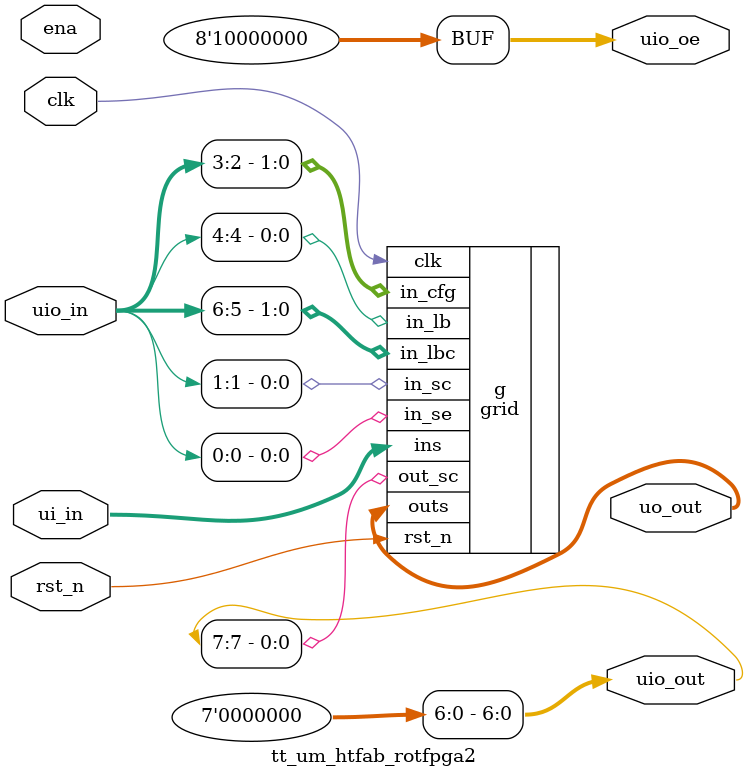
<source format=v>
`default_nettype none

module tt_um_htfab_rotfpga2 (
    input  wire [7:0] ui_in,    // Dedicated inputs - connected to the input switches
    output wire [7:0] uo_out,   // Dedicated outputs - connected to the 7 segment display
    input  wire [7:0] uio_in,   // IOs: Bidirectional Input path
    output wire [7:0] uio_out,  // IOs: Bidirectional Output path
    output wire [7:0] uio_oe,   // IOs: Bidirectional Enable path (active high: 0=input, 1=output)
    input  wire       ena,      // will go high when the design is enabled
    input  wire       clk,      // clock
    input  wire       rst_n     // reset_n - low to reset
);

    grid g (
        .clk(clk),
        .rst_n(rst_n),
        .in_se(uio_in[0]),
        .in_sc(uio_in[1]),
        .in_cfg(uio_in[3:2]),
        .in_lb(uio_in[4]),
        .in_lbc(uio_in[6:5]),
        .ins(ui_in),
        .out_sc(uio_out[7]),
        .outs(uo_out)
    );

    assign uio_out[6:0] = 7'b0000000;
    assign uio_oe[6:0] = 7'b0000000;
    assign uio_oe[7] = 1'b1;

endmodule

</source>
